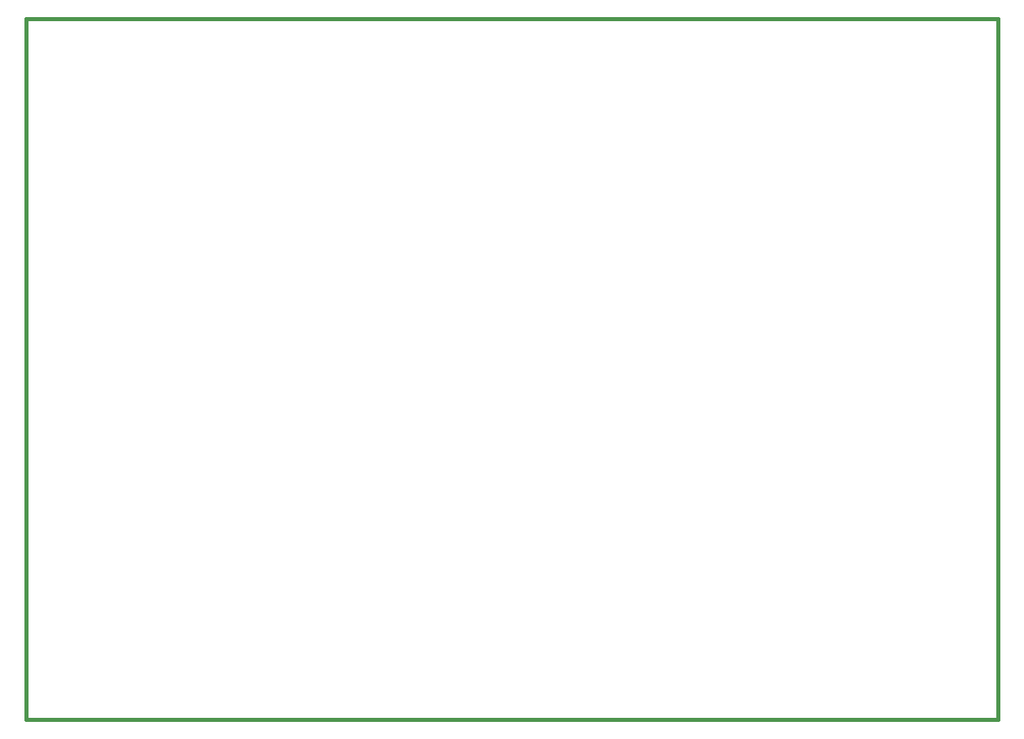
<source format=gbr>
G04 (created by PCBNEW (2013-07-07 BZR 4022)-stable) date 08/05/2014 10:34:19 AM*
%MOIN*%
G04 Gerber Fmt 3.4, Leading zero omitted, Abs format*
%FSLAX34Y34*%
G01*
G70*
G90*
G04 APERTURE LIST*
%ADD10C,0.00590551*%
%ADD11C,0.015*%
G04 APERTURE END LIST*
G54D10*
G54D11*
X49450Y-36590D02*
X49450Y-7900D01*
X9700Y-36590D02*
X49450Y-36590D01*
X9700Y-7900D02*
X9700Y-36590D01*
X9700Y-7900D02*
X49450Y-7900D01*
M02*

</source>
